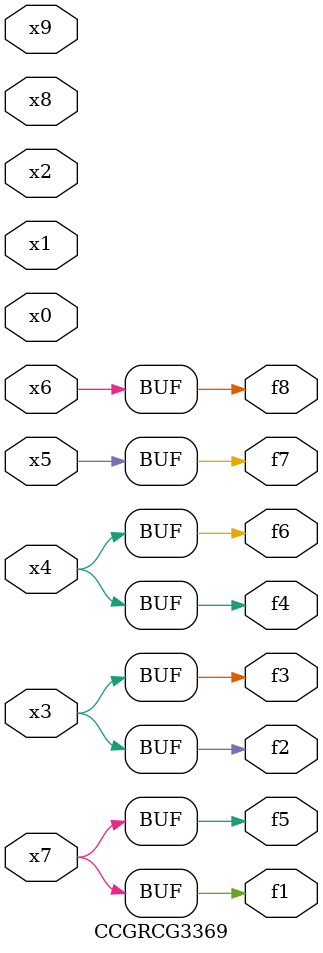
<source format=v>
module CCGRCG3369(
	input x0, x1, x2, x3, x4, x5, x6, x7, x8, x9,
	output f1, f2, f3, f4, f5, f6, f7, f8
);
	assign f1 = x7;
	assign f2 = x3;
	assign f3 = x3;
	assign f4 = x4;
	assign f5 = x7;
	assign f6 = x4;
	assign f7 = x5;
	assign f8 = x6;
endmodule

</source>
